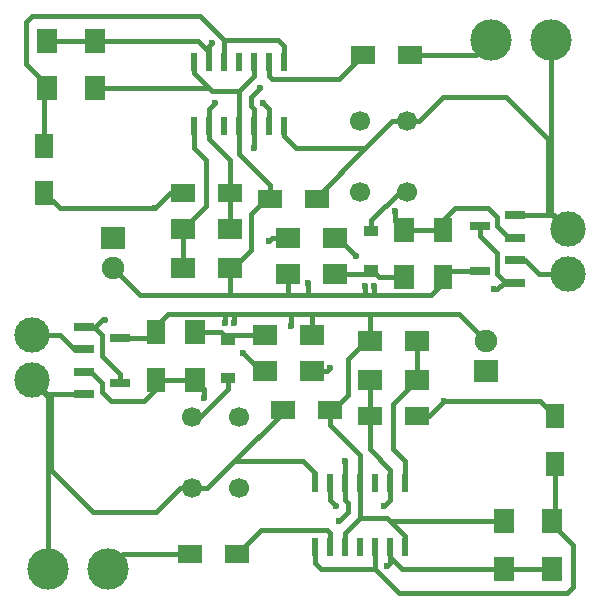
<source format=gtl>
G04 #@! TF.FileFunction,Copper,L1,Top,Signal*
%FSLAX46Y46*%
G04 Gerber Fmt 4.6, Leading zero omitted, Abs format (unit mm)*
G04 Created by KiCad (PCBNEW 0.201603210401+6634~43~ubuntu14.04.1-product) date mån 28 mar 2016 17:18:37*
%MOMM*%
G01*
G04 APERTURE LIST*
%ADD10C,0.050000*%
%ADD11C,3.500120*%
%ADD12C,1.700000*%
%ADD13R,2.000000X1.600000*%
%ADD14C,2.999740*%
%ADD15R,1.220000X0.910000*%
%ADD16R,1.700000X2.000000*%
%ADD17R,2.000000X1.900000*%
%ADD18C,1.900000*%
%ADD19R,1.600000X2.000000*%
%ADD20R,0.600000X1.500000*%
%ADD21R,1.800860X0.800100*%
%ADD22R,2.000000X1.700000*%
%ADD23C,0.600000*%
%ADD24C,0.400000*%
G04 APERTURE END LIST*
D10*
D11*
X108775500Y-147383500D03*
X103695500Y-147383500D03*
D12*
X119887500Y-134525500D03*
X119887500Y-140525500D03*
X115887500Y-134525500D03*
X115887500Y-140525500D03*
D13*
X115665500Y-146113500D03*
X119665500Y-146113500D03*
D14*
X102323900Y-127596900D03*
X102323900Y-131406900D03*
D15*
X118935500Y-131238500D03*
X118935500Y-127968500D03*
D16*
X146367500Y-147351500D03*
X146367500Y-143351500D03*
X142303500Y-143351500D03*
X142303500Y-147351500D03*
D17*
X140779500Y-130619500D03*
D18*
X140779500Y-128079500D03*
D19*
X146621500Y-138461500D03*
X146621500Y-134461500D03*
D13*
X130905500Y-134429500D03*
X134905500Y-134429500D03*
D20*
X133921500Y-140111500D03*
X132651500Y-140111500D03*
X131381500Y-140111500D03*
X130111500Y-140111500D03*
X128841500Y-140111500D03*
X127571500Y-140111500D03*
X126301500Y-140111500D03*
X126301500Y-145511500D03*
X127571500Y-145511500D03*
X128841500Y-145511500D03*
X130111500Y-145511500D03*
X131381500Y-145511500D03*
X132651500Y-145511500D03*
X133921500Y-145511500D03*
D19*
X112839500Y-127349500D03*
X112839500Y-131349500D03*
D21*
X106766360Y-130685500D03*
X106766360Y-132585500D03*
X109768640Y-131635500D03*
X106766360Y-126875500D03*
X106766360Y-128775500D03*
X109768640Y-127825500D03*
D16*
X116141500Y-127349500D03*
X116141500Y-131349500D03*
D22*
X126015500Y-127571500D03*
X122015500Y-127571500D03*
X134905500Y-131381500D03*
X130905500Y-131381500D03*
X130905500Y-128079500D03*
X134905500Y-128079500D03*
D13*
X127539500Y-133921500D03*
X123539500Y-133921500D03*
D22*
X122015500Y-130619500D03*
X126015500Y-130619500D03*
D13*
X119094000Y-115570000D03*
X115094000Y-115570000D03*
D19*
X137160000Y-122650000D03*
X137160000Y-118650000D03*
D13*
X122460000Y-116078000D03*
X126460000Y-116078000D03*
D19*
X103378000Y-111538000D03*
X103378000Y-115538000D03*
D13*
X134334000Y-103886000D03*
X130334000Y-103886000D03*
D15*
X131064000Y-118761000D03*
X131064000Y-122031000D03*
D17*
X109220000Y-119380000D03*
D18*
X109220000Y-121920000D03*
D21*
X143233140Y-123124000D03*
X143233140Y-121224000D03*
X140230860Y-122174000D03*
X143233140Y-119314000D03*
X143233140Y-117414000D03*
X140230860Y-118364000D03*
D22*
X119094000Y-121920000D03*
X115094000Y-121920000D03*
X115094000Y-118618000D03*
X119094000Y-118618000D03*
D16*
X133858000Y-122650000D03*
X133858000Y-118650000D03*
D22*
X127984000Y-119380000D03*
X123984000Y-119380000D03*
X123984000Y-122428000D03*
X127984000Y-122428000D03*
D16*
X107696000Y-106648000D03*
X107696000Y-102648000D03*
X103632000Y-102648000D03*
X103632000Y-106648000D03*
D12*
X130112000Y-115474000D03*
X130112000Y-109474000D03*
X134112000Y-115474000D03*
X134112000Y-109474000D03*
D20*
X116078000Y-109888000D03*
X117348000Y-109888000D03*
X118618000Y-109888000D03*
X119888000Y-109888000D03*
X121158000Y-109888000D03*
X122428000Y-109888000D03*
X123698000Y-109888000D03*
X123698000Y-104488000D03*
X122428000Y-104488000D03*
X121158000Y-104488000D03*
X119888000Y-104488000D03*
X118618000Y-104488000D03*
X117348000Y-104488000D03*
X116078000Y-104488000D03*
D14*
X147675600Y-122402600D03*
X147675600Y-118592600D03*
D11*
X141224000Y-102616000D03*
X146304000Y-102616000D03*
D23*
X128079500Y-142049500D03*
X132143500Y-142049500D03*
X117856000Y-107950000D03*
X121920000Y-107950000D03*
X137223500Y-133159500D03*
X112776000Y-116840000D03*
X108521500Y-126301500D03*
X141478000Y-123698000D03*
X119443500Y-126555500D03*
X118681500Y-126555500D03*
X124269500Y-126809500D03*
X130556000Y-123444000D03*
X125730000Y-123190000D03*
X131318000Y-123444000D03*
X116903500Y-132905500D03*
X133096000Y-117094000D03*
X120205500Y-129095500D03*
X129794000Y-120904000D03*
X127571500Y-130365500D03*
X122428000Y-119634000D03*
X132397500Y-147129500D03*
X117602000Y-102870000D03*
X128841500Y-138239500D03*
X128333500Y-143319500D03*
X121666000Y-106680000D03*
X121158000Y-111760000D03*
D24*
X104736900Y-127596900D02*
X105915500Y-128775500D01*
X102323900Y-127596900D02*
X104736900Y-127596900D01*
X105915500Y-128775500D02*
X106766360Y-128775500D01*
X147675600Y-122402600D02*
X145262600Y-122402600D01*
X145262600Y-122402600D02*
X144084000Y-121224000D01*
X144084000Y-121224000D02*
X143233140Y-121224000D01*
X132651500Y-139001500D02*
X130905500Y-137255500D01*
X132651500Y-140111500D02*
X132651500Y-139001500D01*
X132143500Y-142049500D02*
X132651500Y-141541500D01*
X132651500Y-141541500D02*
X132651500Y-140111500D01*
X127571500Y-141541500D02*
X128079500Y-142049500D01*
X127571500Y-140111500D02*
X127571500Y-141541500D01*
X130905500Y-137255500D02*
X130905500Y-131381500D01*
X130905500Y-134429500D02*
X130905500Y-131381500D01*
X119094000Y-115570000D02*
X119094000Y-118618000D01*
X122428000Y-109888000D02*
X122428000Y-108458000D01*
X117348000Y-108458000D02*
X117348000Y-109888000D01*
X117856000Y-107950000D02*
X117348000Y-108458000D01*
X122428000Y-108458000D02*
X121920000Y-107950000D01*
X117348000Y-109888000D02*
X117348000Y-110998000D01*
X119094000Y-112744000D02*
X119094000Y-118618000D01*
X117348000Y-110998000D02*
X119094000Y-112744000D01*
X145319500Y-133159500D02*
X146621500Y-134461500D01*
X137223500Y-133159500D02*
X145319500Y-133159500D01*
X137223500Y-133159500D02*
X135953500Y-134429500D01*
X135953500Y-134429500D02*
X134905500Y-134429500D01*
X125285500Y-138239500D02*
X126301500Y-139255500D01*
X123539500Y-138239500D02*
X123761500Y-138239500D01*
X126301500Y-139255500D02*
X126301500Y-140111500D01*
X123761500Y-138239500D02*
X125285500Y-138239500D01*
X119443500Y-138239500D02*
X123761500Y-138239500D01*
X123539500Y-133921500D02*
X123539500Y-134143500D01*
X123539500Y-134143500D02*
X119443500Y-138239500D01*
X115887500Y-140525500D02*
X114871500Y-140525500D01*
X117157500Y-140525500D02*
X119443500Y-138239500D01*
X115887500Y-140525500D02*
X117157500Y-140525500D01*
X114871500Y-140525500D02*
X112839500Y-142557500D01*
X112839500Y-142557500D02*
X107505500Y-142557500D01*
X107505500Y-142557500D02*
X103949500Y-139001500D01*
X103695500Y-147383500D02*
X103695500Y-132778500D01*
X106766360Y-132585500D02*
X103502500Y-132585500D01*
X103949500Y-139001500D02*
X103949500Y-132905500D01*
X103502500Y-132585500D02*
X102323900Y-131406900D01*
X102450900Y-131406900D02*
X102323900Y-131406900D01*
X103695500Y-132778500D02*
X102323900Y-131406900D01*
X103949500Y-132905500D02*
X102450900Y-131406900D01*
X134112000Y-109474000D02*
X135128000Y-109474000D01*
X146050000Y-117094000D02*
X147548600Y-118592600D01*
X146050000Y-110998000D02*
X146050000Y-117094000D01*
X142494000Y-107442000D02*
X146050000Y-110998000D01*
X137160000Y-107442000D02*
X142494000Y-107442000D01*
X135128000Y-109474000D02*
X137160000Y-107442000D01*
X147548600Y-118592600D02*
X147675600Y-118592600D01*
X146304000Y-102616000D02*
X146304000Y-117221000D01*
X146304000Y-117221000D02*
X147675600Y-118592600D01*
X112776000Y-116840000D02*
X104680000Y-116840000D01*
X104680000Y-116840000D02*
X103378000Y-115538000D01*
X114046000Y-115570000D02*
X115094000Y-115570000D01*
X112776000Y-116840000D02*
X114046000Y-115570000D01*
X126460000Y-116078000D02*
X126460000Y-115856000D01*
X126460000Y-115856000D02*
X130556000Y-111760000D01*
X126460000Y-111760000D02*
X126238000Y-111760000D01*
X134112000Y-109474000D02*
X132842000Y-109474000D01*
X123698000Y-110744000D02*
X123698000Y-109888000D01*
X124714000Y-111760000D02*
X123698000Y-110744000D01*
X130556000Y-111760000D02*
X126238000Y-111760000D01*
X126238000Y-111760000D02*
X124714000Y-111760000D01*
X132842000Y-109474000D02*
X130556000Y-111760000D01*
X143233140Y-117414000D02*
X146497000Y-117414000D01*
X146497000Y-117414000D02*
X147675600Y-118592600D01*
X107571500Y-126875500D02*
X106766360Y-126875500D01*
X108267500Y-126301500D02*
X108521500Y-126301500D01*
X106766360Y-126875500D02*
X107693500Y-126875500D01*
X108267500Y-127571500D02*
X107571500Y-126875500D01*
X108267500Y-129349500D02*
X108267500Y-127571500D01*
X107693500Y-126875500D02*
X108267500Y-126301500D01*
X109768640Y-130850640D02*
X108267500Y-129349500D01*
X109768640Y-131635500D02*
X109768640Y-130850640D01*
X143233140Y-123124000D02*
X142306000Y-123124000D01*
X141732000Y-123698000D02*
X141478000Y-123698000D01*
X142306000Y-123124000D02*
X141732000Y-123698000D01*
X140230860Y-118364000D02*
X140230860Y-119148860D01*
X141732000Y-122428000D02*
X142428000Y-123124000D01*
X141732000Y-120650000D02*
X141732000Y-122428000D01*
X140230860Y-119148860D02*
X141732000Y-120650000D01*
X142428000Y-123124000D02*
X143233140Y-123124000D01*
X118935500Y-132143500D02*
X118935500Y-131238500D01*
X115887500Y-134525500D02*
X116553500Y-134525500D01*
X116553500Y-134525500D02*
X118935500Y-132143500D01*
X134112000Y-115474000D02*
X133446000Y-115474000D01*
X133446000Y-115474000D02*
X131064000Y-117856000D01*
X131064000Y-117856000D02*
X131064000Y-118761000D01*
X138493500Y-125793500D02*
X140779500Y-128079500D01*
X130873500Y-125793500D02*
X138493500Y-125793500D01*
X132651500Y-143319500D02*
X133921500Y-144589500D01*
X142303500Y-143351500D02*
X132683500Y-143351500D01*
X133921500Y-144589500D02*
X133921500Y-145511500D01*
X130111500Y-137731500D02*
X130111500Y-140111500D01*
X130111500Y-143065500D02*
X128841500Y-144335500D01*
X128841500Y-144335500D02*
X128841500Y-145511500D01*
X130111500Y-140111500D02*
X130111500Y-143065500D01*
X130111500Y-143065500D02*
X132397500Y-143065500D01*
X132397500Y-143065500D02*
X132651500Y-143319500D01*
X132683500Y-143351500D02*
X132651500Y-143319500D01*
X126047500Y-125793500D02*
X128619500Y-125793500D01*
X126015500Y-125793500D02*
X126047500Y-125793500D01*
X124269500Y-125793500D02*
X126047500Y-125793500D01*
X126015500Y-127571500D02*
X126015500Y-125793500D01*
X118681500Y-125793500D02*
X118681500Y-126555500D01*
X124269500Y-126809500D02*
X124269500Y-125793500D01*
X119443500Y-126555500D02*
X119443500Y-125793500D01*
X118681500Y-125793500D02*
X119443500Y-125793500D01*
X119443500Y-125793500D02*
X124269500Y-125793500D01*
X129095500Y-132651500D02*
X129095500Y-129603500D01*
X127825500Y-133921500D02*
X129095500Y-132651500D01*
X127539500Y-135159500D02*
X130111500Y-137731500D01*
X127539500Y-133921500D02*
X127539500Y-135159500D01*
X127539500Y-133921500D02*
X127825500Y-133921500D01*
X129095500Y-129603500D02*
X130619500Y-128079500D01*
X128619500Y-125793500D02*
X130873500Y-125793500D01*
X130619500Y-128079500D02*
X130905500Y-128079500D01*
X130905500Y-128079500D02*
X130905500Y-125793500D01*
X130905500Y-125793500D02*
X130873500Y-125793500D01*
X113855500Y-125793500D02*
X118681500Y-125793500D01*
X112839500Y-126809500D02*
X113855500Y-125793500D01*
X112839500Y-127349500D02*
X112839500Y-126809500D01*
X109768640Y-127825500D02*
X112363500Y-127825500D01*
X112363500Y-127825500D02*
X112839500Y-127349500D01*
X107696000Y-106648000D02*
X117316000Y-106648000D01*
X117316000Y-106648000D02*
X117348000Y-106680000D01*
X130556000Y-123444000D02*
X130556000Y-124206000D01*
X119888000Y-106934000D02*
X117602000Y-106934000D01*
X116078000Y-105410000D02*
X116078000Y-104488000D01*
X117602000Y-106934000D02*
X117348000Y-106680000D01*
X117348000Y-106680000D02*
X116078000Y-105410000D01*
X119888000Y-109888000D02*
X119888000Y-106934000D01*
X121158000Y-105664000D02*
X121158000Y-104488000D01*
X119888000Y-106934000D02*
X121158000Y-105664000D01*
X122460000Y-116078000D02*
X122460000Y-114840000D01*
X119888000Y-112268000D02*
X119888000Y-109888000D01*
X122460000Y-114840000D02*
X119888000Y-112268000D01*
X125730000Y-123190000D02*
X125730000Y-124206000D01*
X122460000Y-116078000D02*
X122174000Y-116078000D01*
X122174000Y-116078000D02*
X120904000Y-117348000D01*
X120904000Y-117348000D02*
X120904000Y-120396000D01*
X120904000Y-120396000D02*
X119380000Y-121920000D01*
X119380000Y-121920000D02*
X119094000Y-121920000D01*
X119094000Y-121920000D02*
X119094000Y-124206000D01*
X119094000Y-124206000D02*
X119126000Y-124206000D01*
X121380000Y-124206000D02*
X119126000Y-124206000D01*
X119126000Y-124206000D02*
X111506000Y-124206000D01*
X111506000Y-124206000D02*
X109220000Y-121920000D01*
X131318000Y-124206000D02*
X131318000Y-123444000D01*
X123984000Y-122428000D02*
X123984000Y-124206000D01*
X123984000Y-124206000D02*
X123952000Y-124206000D01*
X137160000Y-122650000D02*
X137160000Y-123190000D01*
X137160000Y-123190000D02*
X136144000Y-124206000D01*
X136144000Y-124206000D02*
X131318000Y-124206000D01*
X131318000Y-124206000D02*
X130556000Y-124206000D01*
X130556000Y-124206000D02*
X125730000Y-124206000D01*
X125730000Y-124206000D02*
X123952000Y-124206000D01*
X123952000Y-124206000D02*
X121380000Y-124206000D01*
X140230860Y-122174000D02*
X137636000Y-122174000D01*
X137636000Y-122174000D02*
X137160000Y-122650000D01*
X116903500Y-132111500D02*
X116903500Y-132905500D01*
X111823500Y-133159500D02*
X112839500Y-132143500D01*
X109029500Y-133159500D02*
X111823500Y-133159500D01*
X108267500Y-132397500D02*
X109029500Y-133159500D01*
X112839500Y-132143500D02*
X112839500Y-131349500D01*
X116141500Y-131349500D02*
X116903500Y-132111500D01*
X112839500Y-131349500D02*
X116141500Y-131349500D01*
X107317500Y-130685500D02*
X108267500Y-131635500D01*
X106766360Y-130685500D02*
X107317500Y-130685500D01*
X108267500Y-131635500D02*
X108267500Y-132397500D01*
X137160000Y-118650000D02*
X133858000Y-118650000D01*
X133858000Y-118650000D02*
X133096000Y-117888000D01*
X133096000Y-117888000D02*
X133096000Y-117094000D01*
X143233140Y-119314000D02*
X142682000Y-119314000D01*
X142682000Y-119314000D02*
X141732000Y-118364000D01*
X141732000Y-118364000D02*
X141732000Y-117602000D01*
X141732000Y-117602000D02*
X140970000Y-116840000D01*
X140970000Y-116840000D02*
X138176000Y-116840000D01*
X138176000Y-116840000D02*
X137160000Y-117856000D01*
X137160000Y-117856000D02*
X137160000Y-118650000D01*
X146621500Y-138461500D02*
X146621500Y-143097500D01*
X146367500Y-143351500D02*
X146367500Y-143573500D01*
X148145500Y-145351500D02*
X148145500Y-148907500D01*
X146621500Y-143097500D02*
X146367500Y-143351500D01*
X148145500Y-148907500D02*
X147637500Y-149415500D01*
X146367500Y-143573500D02*
X148145500Y-145351500D01*
X147637500Y-149415500D02*
X133413500Y-149415500D01*
X133413500Y-149415500D02*
X131381500Y-147383500D01*
X126809500Y-147383500D02*
X131381500Y-147383500D01*
X126301500Y-146875500D02*
X126809500Y-147383500D01*
X126301500Y-145511500D02*
X126301500Y-146875500D01*
X131381500Y-147383500D02*
X131381500Y-145511500D01*
X123698000Y-104488000D02*
X123698000Y-103124000D01*
X123190000Y-102616000D02*
X118618000Y-102616000D01*
X123698000Y-103124000D02*
X123190000Y-102616000D01*
X103632000Y-106648000D02*
X103632000Y-106426000D01*
X103632000Y-106426000D02*
X101854000Y-104648000D01*
X118618000Y-102616000D02*
X118618000Y-104488000D01*
X116586000Y-100584000D02*
X118618000Y-102616000D01*
X102362000Y-100584000D02*
X116586000Y-100584000D01*
X101854000Y-101092000D02*
X102362000Y-100584000D01*
X101854000Y-104648000D02*
X101854000Y-101092000D01*
X103378000Y-111538000D02*
X103378000Y-106902000D01*
X103378000Y-106902000D02*
X103632000Y-106648000D01*
X115665500Y-146113500D02*
X110045500Y-146113500D01*
X110045500Y-146113500D02*
X108775500Y-147383500D01*
X134334000Y-103886000D02*
X139954000Y-103886000D01*
X139954000Y-103886000D02*
X141224000Y-102616000D01*
X127571500Y-144335500D02*
X127317500Y-144081500D01*
X127571500Y-145511500D02*
X127571500Y-144335500D01*
X127317500Y-144081500D02*
X121697500Y-144081500D01*
X121697500Y-144081500D02*
X119665500Y-146113500D01*
X122428000Y-104488000D02*
X122428000Y-105664000D01*
X128302000Y-105918000D02*
X130334000Y-103886000D01*
X122682000Y-105918000D02*
X128302000Y-105918000D01*
X122428000Y-105664000D02*
X122682000Y-105918000D01*
X118538500Y-127571500D02*
X122015500Y-127571500D01*
X118316500Y-127349500D02*
X118538500Y-127571500D01*
X116141500Y-127349500D02*
X118316500Y-127349500D01*
X133858000Y-122650000D02*
X131683000Y-122650000D01*
X131683000Y-122650000D02*
X131461000Y-122428000D01*
X131461000Y-122428000D02*
X127984000Y-122428000D01*
X121729500Y-130619500D02*
X122015500Y-130619500D01*
X120205500Y-129095500D02*
X121729500Y-130619500D01*
X129794000Y-120904000D02*
X128270000Y-119380000D01*
X128270000Y-119380000D02*
X127984000Y-119380000D01*
X134905500Y-128079500D02*
X134905500Y-131381500D01*
X134905500Y-131381500D02*
X132905500Y-133381500D01*
X132905500Y-137223500D02*
X133921500Y-138239500D01*
X132905500Y-133381500D02*
X132905500Y-137223500D01*
X133921500Y-138239500D02*
X133921500Y-140111500D01*
X115094000Y-121920000D02*
X115094000Y-118618000D01*
X115094000Y-118618000D02*
X117094000Y-116618000D01*
X117094000Y-116618000D02*
X117094000Y-112776000D01*
X117094000Y-112776000D02*
X116078000Y-111760000D01*
X116078000Y-111760000D02*
X116078000Y-109888000D01*
X127571500Y-130365500D02*
X127317500Y-130619500D01*
X127317500Y-130619500D02*
X126015500Y-130619500D01*
X122682000Y-119380000D02*
X123984000Y-119380000D01*
X122428000Y-119634000D02*
X122682000Y-119380000D01*
X142303500Y-147351500D02*
X146367500Y-147351500D01*
X133635500Y-147351500D02*
X132651500Y-146367500D01*
X142303500Y-147351500D02*
X133635500Y-147351500D01*
X132651500Y-146367500D02*
X132651500Y-145511500D01*
X132651500Y-146875500D02*
X132651500Y-145511500D01*
X132397500Y-147129500D02*
X132651500Y-146875500D01*
X117348000Y-103124000D02*
X117348000Y-104488000D01*
X117602000Y-102870000D02*
X117348000Y-103124000D01*
X107696000Y-102648000D02*
X103632000Y-102648000D01*
X107696000Y-102648000D02*
X116364000Y-102648000D01*
X117348000Y-103632000D02*
X117348000Y-104488000D01*
X116364000Y-102648000D02*
X117348000Y-103632000D01*
X129095500Y-142557500D02*
X128333500Y-143319500D01*
X128841500Y-141541500D02*
X129095500Y-141795500D01*
X129095500Y-141795500D02*
X129095500Y-142557500D01*
X128841500Y-140111500D02*
X128841500Y-141541500D01*
X128841500Y-138239500D02*
X128841500Y-140111500D01*
X121158000Y-109888000D02*
X121158000Y-108458000D01*
X120904000Y-107442000D02*
X121666000Y-106680000D01*
X120904000Y-108204000D02*
X120904000Y-107442000D01*
X121158000Y-108458000D02*
X120904000Y-108204000D01*
X121158000Y-111760000D02*
X121158000Y-109888000D01*
M02*

</source>
